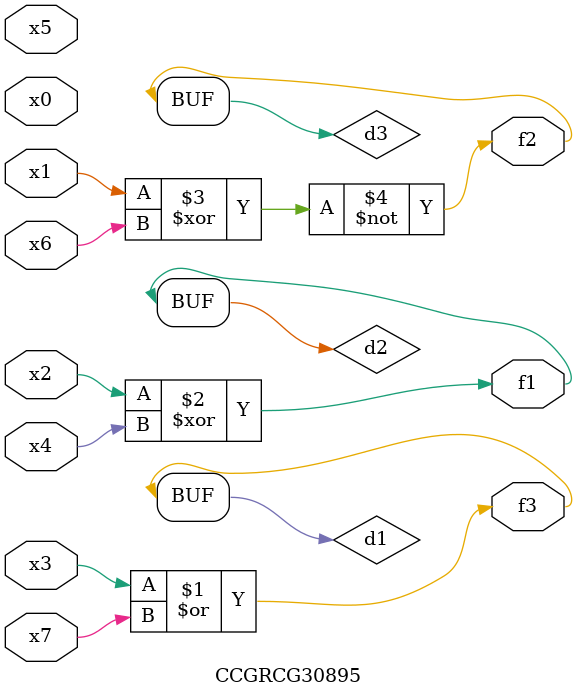
<source format=v>
module CCGRCG30895(
	input x0, x1, x2, x3, x4, x5, x6, x7,
	output f1, f2, f3
);

	wire d1, d2, d3;

	or (d1, x3, x7);
	xor (d2, x2, x4);
	xnor (d3, x1, x6);
	assign f1 = d2;
	assign f2 = d3;
	assign f3 = d1;
endmodule

</source>
